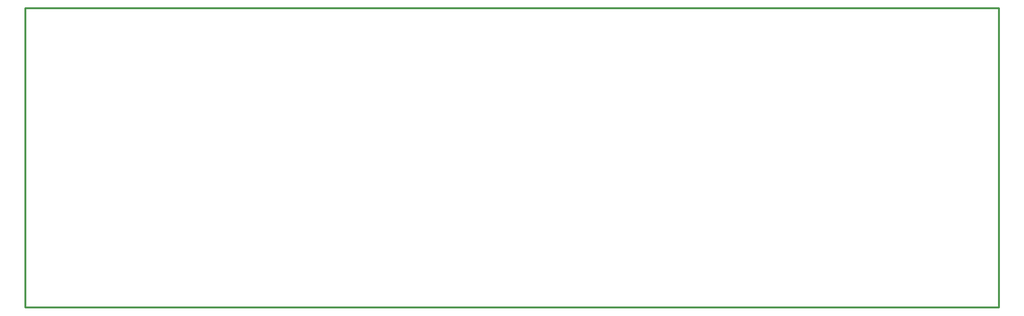
<source format=gm1>
%TF.GenerationSoftware,KiCad,Pcbnew,7.0.6*%
%TF.CreationDate,2023-08-01T16:55:53-04:00*%
%TF.ProjectId,arena_06-inf_teensy,6172656e-615f-4303-962d-696e665f7465,v0.1*%
%TF.SameCoordinates,Original*%
%TF.FileFunction,Profile,NP*%
%FSLAX46Y46*%
G04 Gerber Fmt 4.6, Leading zero omitted, Abs format (unit mm)*
G04 Created by KiCad (PCBNEW 7.0.6) date 2023-08-01 16:55:53*
%MOMM*%
%LPD*%
G01*
G04 APERTURE LIST*
%TA.AperFunction,Profile*%
%ADD10C,0.500000*%
%TD*%
G04 APERTURE END LIST*
D10*
X40000000Y-50000000D02*
X40000000Y-130000000D01*
X40000000Y-50000000D02*
X300000000Y-50000000D01*
X40000000Y-130000000D02*
X300000000Y-130000000D01*
X300000000Y-50000000D02*
X300000000Y-130000000D01*
M02*

</source>
